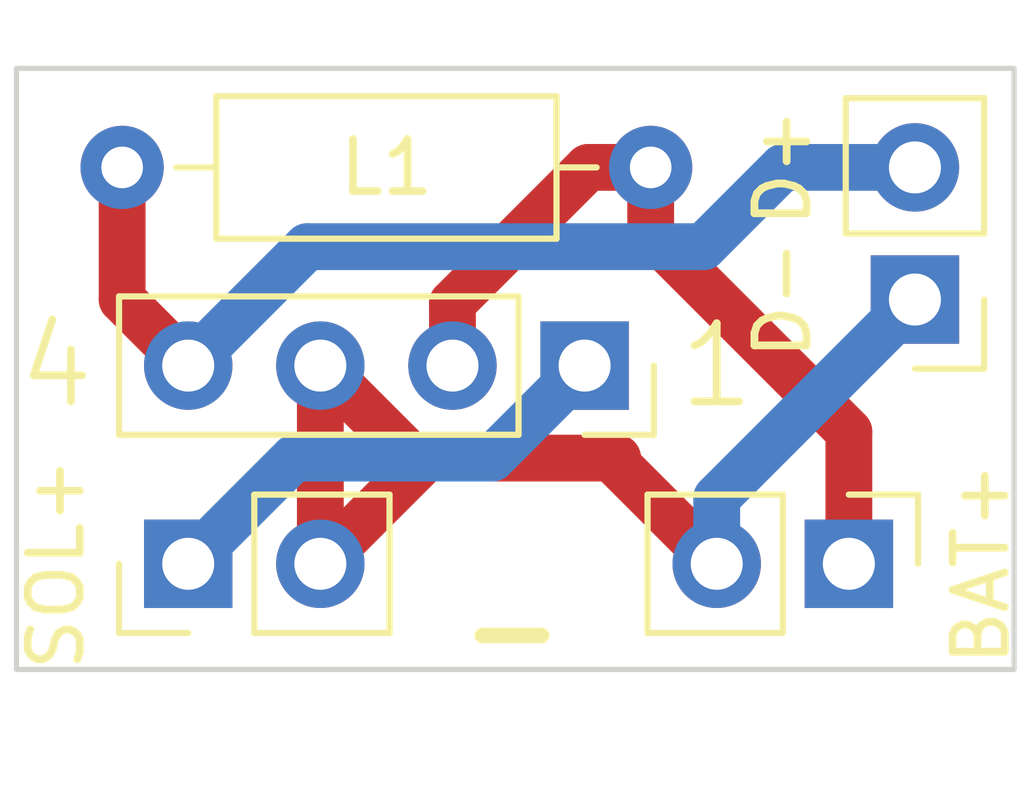
<source format=kicad_pcb>
(kicad_pcb (version 20211014) (generator pcbnew)
  (layers (0 "F.Cu" signal) (31 "B.Cu" signal) (34 "B.Paste" user) (35 "F.Paste" user) (36 "B.SilkS" user "B.Silkscreen") (37 "F.SilkS" user "F.Silkscreen") (38 "B.Mask" user) (39 "F.Mask" user) (44 "Edge.Cuts" user))
  (net 0 "")
  (net 1 "Net-(BT1-Pad1)")
  (net 2 "GND")
  (net 3 "Net-(D1-Pad2)")
  (net 4 "Net-(SC1-Pad1)")
  (footprint "Connector_PinHeader_2.54mm:PinHeader_1x02_P2.54mm_Vertical" (layer "F.Cu") (at 167.64 109.22 90)
    (fp_text reference "SC1")
    (fp_text value "Solar_Cell")
    (fp_line (start 1.33 1.27) (end 1.33 3.87) (layer "F.SilkS") (width 0.12))
    (fp_line (start -1.33 1.27) (end 1.33 1.27) (layer "F.SilkS") (width 0.12))
    (fp_line (start -1.33 -1.33) (end 0 -1.33) (layer "F.SilkS") (width 0.12))
    (fp_line (start -1.33 0) (end -1.33 -1.33) (layer "F.SilkS") (width 0.12))
    (fp_line (start -1.33 1.27) (end -1.33 3.87) (layer "F.SilkS") (width 0.12))
    (fp_line (start -1.33 3.87) (end 1.33 3.87) (layer "F.SilkS") (width 0.12))
    (pad "1" thru_hole rect (at 0 0 90) (size 1.7 1.7) (drill 1) (layers *.Cu *.Mask) (net 4 "Net-(SC1-Pad1)"))
    (pad "2" thru_hole oval (at 0 2.54 90) (size 1.7 1.7) (drill 1) (layers *.Cu *.Mask) (net 2 "GND"))
  )
  (footprint "Resistor_THT:R_Axial_DIN0207_L6.3mm_D2.5mm_P10.16mm_Horizontal" (layer "F.Cu") (at 176.53 101.6 180)
    (fp_text reference "L1" (at 5.08 0) (layer "F.SilkS"))
    (fp_text value "L")
    (fp_line (start 8.35 1.37) (end 8.35 -1.37) (layer "F.SilkS") (width 0.12))
    (fp_line (start 8.35 -1.37) (end 1.81 -1.37) (layer "F.SilkS") (width 0.12))
    (fp_line (start 9.12 0) (end 8.35 0) (layer "F.SilkS") (width 0.12))
    (fp_line (start 1.81 -1.37) (end 1.81 1.37) (layer "F.SilkS") (width 0.12))
    (fp_line (start 1.81 1.37) (end 8.35 1.37) (layer "F.SilkS") (width 0.12))
    (fp_line (start 1.04 0) (end 1.81 0) (layer "F.SilkS") (width 0.12))
    (pad "1" thru_hole circle (at 0 0 180) (size 1.6 1.6) (drill 0.8) (layers *.Cu *.Mask) (net 1 "Net-(BT1-Pad1)"))
    (pad "2" thru_hole oval (at 10.16 0 180) (size 1.6 1.6) (drill 0.8) (layers *.Cu *.Mask) (net 3 "Net-(D1-Pad2)"))
  )
  (footprint "Connector_PinHeader_2.54mm:PinHeader_1x02_P2.54mm_Vertical" (layer "F.Cu") (at 181.61 104.14 180)
    (fp_text reference "D1")
    (fp_text value "LED")
    (fp_line (start -1.33 1.27) (end 1.33 1.27) (layer "F.SilkS") (width 0.12))
    (fp_line (start -1.33 0) (end -1.33 -1.33) (layer "F.SilkS") (width 0.12))
    (fp_line (start -1.33 -1.33) (end 0 -1.33) (layer "F.SilkS") (width 0.12))
    (fp_line (start -1.33 1.27) (end -1.33 3.87) (layer "F.SilkS") (width 0.12))
    (fp_line (start 1.33 1.27) (end 1.33 3.87) (layer "F.SilkS") (width 0.12))
    (fp_line (start -1.33 3.87) (end 1.33 3.87) (layer "F.SilkS") (width 0.12))
    (pad "1" thru_hole rect (at 0 0 180) (size 1.7 1.7) (drill 1) (layers *.Cu *.Mask) (net 2 "GND"))
    (pad "2" thru_hole oval (at 0 2.54 180) (size 1.7 1.7) (drill 1) (layers *.Cu *.Mask) (net 3 "Net-(D1-Pad2)"))
  )
  (footprint "Connector_PinSocket_2.54mm:PinSocket_1x04_P2.54mm_Vertical" (layer "F.Cu") (at 175.26 105.41 -90)
    (fp_text reference "1")
    (fp_text value "QX5252")
    (fp_line (start 0 -1.33) (end 1.33 -1.33) (layer "F.SilkS") (width 0.12))
    (fp_line (start 1.33 1.27) (end 1.33 8.95) (layer "F.SilkS") (width 0.12))
    (fp_line (start 1.33 -1.33) (end 1.33 0) (layer "F.SilkS") (width 0.12))
    (fp_line (start -1.33 1.27) (end 1.33 1.27) (layer "F.SilkS") (width 0.12))
    (fp_line (start -1.33 1.27) (end -1.33 8.95) (layer "F.SilkS") (width 0.12))
    (fp_line (start -1.33 8.95) (end 1.33 8.95) (layer "F.SilkS") (width 0.12))
    (pad "1" thru_hole rect (at 0 0 270) (size 1.7 1.7) (drill 1) (layers *.Cu *.Mask) (net 4 "Net-(SC1-Pad1)"))
    (pad "2" thru_hole oval (at 0 2.54 270) (size 1.7 1.7) (drill 1) (layers *.Cu *.Mask) (net 1 "Net-(BT1-Pad1)"))
    (pad "3" thru_hole oval (at 0 5.08 270) (size 1.7 1.7) (drill 1) (layers *.Cu *.Mask) (net 2 "GND"))
    (pad "4" thru_hole oval (at 0 7.62 270) (size 1.7 1.7) (drill 1) (layers *.Cu *.Mask) (net 3 "Net-(D1-Pad2)"))
  )
  (footprint "Connector_PinHeader_2.54mm:PinHeader_1x02_P2.54mm_Vertical" (layer "F.Cu") (at 180.34 109.22 -90)
    (fp_text reference "BT1")
    (fp_text value "Battery_Cell")
    (fp_line (start -1.33 -1.33) (end 0 -1.33) (layer "F.SilkS") (width 0.12))
    (fp_line (start -1.33 3.87) (end 1.33 3.87) (layer "F.SilkS") (width 0.12))
    (fp_line (start -1.33 0) (end -1.33 -1.33) (layer "F.SilkS") (width 0.12))
    (fp_line (start 1.33 1.27) (end 1.33 3.87) (layer "F.SilkS") (width 0.12))
    (fp_line (start -1.33 1.27) (end 1.33 1.27) (layer "F.SilkS") (width 0.12))
    (fp_line (start -1.33 1.27) (end -1.33 3.87) (layer "F.SilkS") (width 0.12))
    (pad "1" thru_hole rect (at 0 0 270) (size 1.7 1.7) (drill 1) (layers *.Cu *.Mask) (net 1 "Net-(BT1-Pad1)"))
    (pad "2" thru_hole oval (at 0 2.54 270) (size 1.7 1.7) (drill 1) (layers *.Cu *.Mask) (net 2 "GND"))
  )
  (footprint "MountingHole:MountingHole_2.1mm" (layer "F.Cu") (at 173.863 108.966)
    (fp_text reference "REF**")
    (fp_text value "MountingHole_2.1mm")
    (pad "" np_thru_hole circle (at 0 0) (size 2.1 2.1) (drill 2.1) (layers *.Cu *.Mask))
  )
  (gr_rect (start 164.338 111.252) (end 183.515 99.695) (layer "Edge.Cuts") (width 0.1) (fill none))
  (gr_text "BAT+" (at 182.88 109.22 90) (layer "F.SilkS") (effects (font (size 1 1))))
  (gr_text "D-" (at 179.07 104.14 90) (layer "F.SilkS") (effects (font (size 1 1))))
  (gr_text "4" (at 165.1 105.41) (layer "F.SilkS") (effects (font (size 1.5 1.5))))
  (gr_text "1" (at 177.8 105.41) (layer "F.SilkS") (effects (font (size 1.5 1.5))))
  (gr_text "SOL+" (at 165.1 109.22 90) (layer "F.SilkS") (effects (font (size 1 1))))
  (gr_text "-" (at 173.863 110.49) (layer "F.SilkS") (effects (font (size 1.5 1.5) (thickness 0.3))))
  (gr_text "D+" (at 179.07 101.6 90) (layer "F.SilkS") (effects (font (size 1 1))))
  (segment (start 176.53 102.87) (end 180.34 106.68) (width 0.9) (layer "F.Cu") (net 1))
  (segment (start 180.34 106.68) (end 180.34 109.22) (width 0.9) (layer "F.Cu") (net 1))
  (segment (start 172.72 104.207919) (end 175.327919 101.6) (width 0.9) (layer "F.Cu") (net 1))
  (segment (start 176.53 101.6) (end 176.53 102.87) (width 0.9) (layer "F.Cu") (net 1))
  (segment (start 172.72 105.41) (end 172.72 104.207919) (width 0.9) (layer "F.Cu") (net 1))
  (segment (start 175.327919 101.6) (end 176.53 101.6) (width 0.9) (layer "F.Cu") (net 1))
  (segment (start 175.895 107.315) (end 177.8 109.22) (width 0.9) (layer "F.Cu") (net 2))
  (segment (start 175.895 107.188) (end 175.895 107.315) (width 0.9) (layer "F.Cu") (net 2))
  (segment (start 171.958 107.188) (end 172.212 107.188) (width 0.9) (layer "F.Cu") (net 2))
  (segment (start 170.18 105.41) (end 171.958 107.188) (width 0.9) (layer "F.Cu") (net 2))
  (segment (start 170.18 109.22) (end 172.212 107.188) (width 0.9) (layer "F.Cu") (net 2))
  (segment (start 170.18 109.22) (end 170.18 105.41) (width 0.9) (layer "F.Cu") (net 2))
  (segment (start 172.212 107.188) (end 175.895 107.188) (width 0.9) (layer "F.Cu") (net 2))
  (segment (start 177.8 107.95) (end 177.8 109.22) (width 0.9) (layer "B.Cu") (net 2))
  (segment (start 181.61 104.14) (end 177.8 107.95) (width 0.9) (layer "B.Cu") (net 2))
  (segment (start 166.37 104.14) (end 166.37 101.6) (width 0.9) (layer "F.Cu") (net 3))
  (segment (start 167.64 105.41) (end 166.37 104.14) (width 0.9) (layer "F.Cu") (net 3))
  (segment (start 181.61 101.6) (end 179.07 101.6) (width 0.9) (layer "B.Cu") (net 3))
  (segment (start 169.926 103.124) (end 167.64 105.41) (width 0.9) (layer "B.Cu") (net 3))
  (segment (start 179.07 101.6) (end 177.546 103.124) (width 0.9) (layer "B.Cu") (net 3))
  (segment (start 177.546 103.124) (end 169.926 103.124) (width 0.9) (layer "B.Cu") (net 3))
  (segment (start 173.482 107.188) (end 175.26 105.41) (width 0.9) (layer "B.Cu") (net 4))
  (segment (start 167.64 109.22) (end 169.672 107.188) (width 0.9) (layer "B.Cu") (net 4))
  (segment (start 169.672 107.188) (end 173.482 107.188) (width 0.9) (layer "B.Cu") (net 4))
)
</source>
